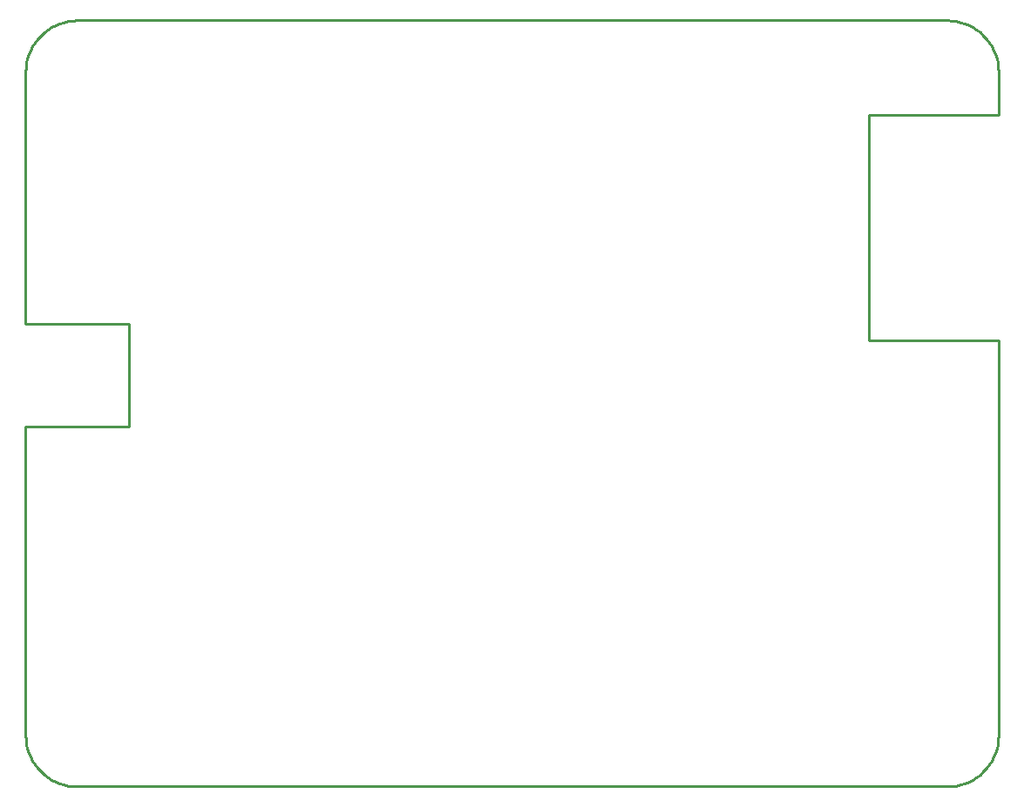
<source format=gbr>
G04 EAGLE Gerber RS-274X export*
G75*
%MOMM*%
%FSLAX34Y34*%
%LPD*%
%IN*%
%IPPOS*%
%AMOC8*
5,1,8,0,0,1.08239X$1,22.5*%
G01*
G04 Define Apertures*
%ADD10C,0.254000*%
D10*
X0Y50000D02*
X190Y45642D01*
X760Y41318D01*
X1704Y37059D01*
X3015Y32899D01*
X4685Y28869D01*
X6699Y25000D01*
X9042Y21321D01*
X11698Y17861D01*
X14645Y14645D01*
X17861Y11698D01*
X21321Y9042D01*
X25000Y6699D01*
X28869Y4685D01*
X32899Y3015D01*
X37059Y1704D01*
X41318Y760D01*
X45642Y190D01*
X50000Y0D01*
X895000Y0D01*
X899358Y190D01*
X903682Y760D01*
X907941Y1704D01*
X912101Y3015D01*
X916131Y4685D01*
X920000Y6699D01*
X923679Y9042D01*
X927139Y11698D01*
X930355Y14645D01*
X933302Y17861D01*
X935958Y21321D01*
X938301Y25000D01*
X940315Y28869D01*
X941985Y32899D01*
X943296Y37059D01*
X944240Y41318D01*
X944810Y45642D01*
X945000Y50000D01*
X945000Y434000D01*
X819000Y434000D01*
X819000Y653000D01*
X945000Y653000D01*
X945000Y695000D01*
X944810Y699358D01*
X944240Y703682D01*
X943296Y707941D01*
X941985Y712101D01*
X940315Y716131D01*
X938301Y720000D01*
X935958Y723679D01*
X933302Y727139D01*
X930355Y730355D01*
X927139Y733302D01*
X923679Y735958D01*
X920000Y738301D01*
X916131Y740315D01*
X912101Y741985D01*
X907941Y743296D01*
X903682Y744240D01*
X899358Y744810D01*
X895000Y745000D01*
X50000Y745000D01*
X45642Y744810D01*
X41318Y744240D01*
X37059Y743296D01*
X32899Y741985D01*
X28869Y740315D01*
X25000Y738301D01*
X21321Y735958D01*
X17861Y733302D01*
X14645Y730355D01*
X11698Y727139D01*
X9042Y723679D01*
X6699Y720000D01*
X4685Y716131D01*
X3015Y712101D01*
X1704Y707941D01*
X760Y703682D01*
X190Y699358D01*
X0Y695000D01*
X0Y450000D01*
X100000Y450000D01*
X100000Y350000D01*
X0Y350000D01*
X0Y50000D01*
M02*

</source>
